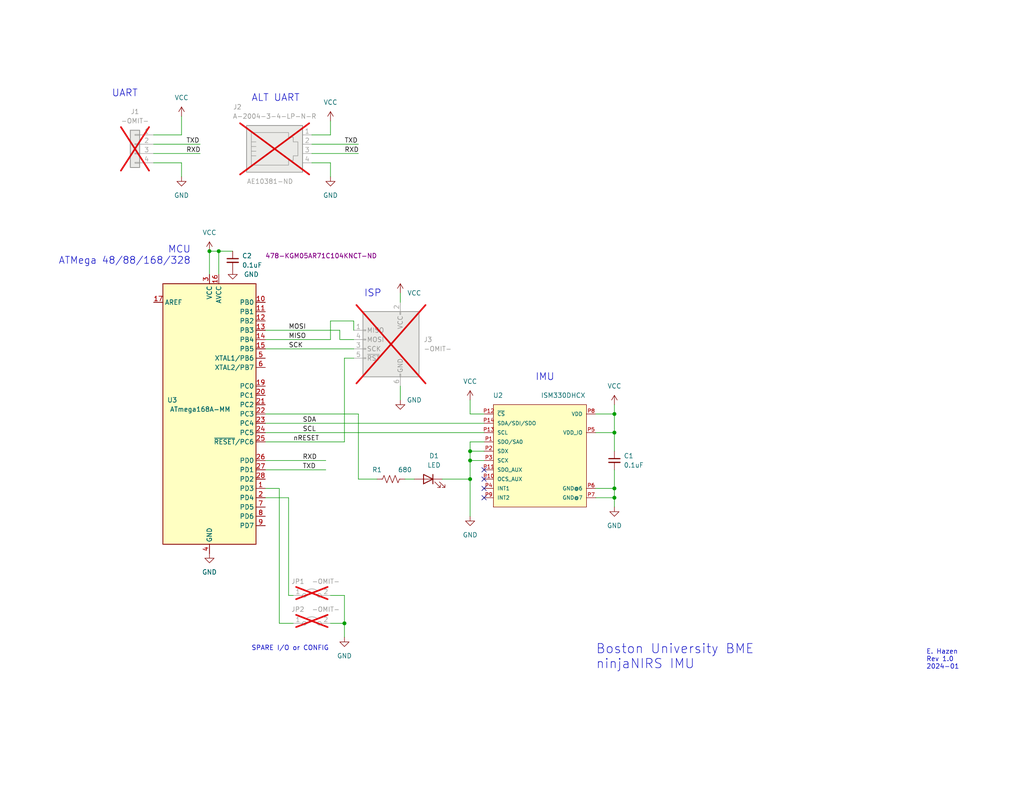
<source format=kicad_sch>
(kicad_sch (version 20230121) (generator eeschema)
  (paper "USLetter")
  (lib_symbols
    (symbol "Connector:4P4C" (pin_names (offset 1.016))
      (property "Reference" "J" (at -5.08 8.89 0))
      (property "Value" "4P4C" (at 2.54 8.89 0))
      (symbol "4P4C_0_1"
        (polyline (pts (xy -6.35 -0.635) (xy -5.08 -0.635) (xy -5.08 -0.635)))
        (polyline (pts (xy -6.35 0.635) (xy -5.08 0.635) (xy -5.08 0.635)))
        (polyline (pts (xy -6.35 1.905) (xy -5.08 1.905) (xy -5.08 1.905)))
        (polyline (pts (xy -6.35 3.175) (xy -5.08 3.175) (xy -5.08 3.175)))
        (polyline (pts (xy -6.35 -3.175) (xy -6.35 5.715) (xy -1.27 5.715) (xy 3.81 5.715) (xy 3.81 4.445) (xy 5.08 4.445) (xy 5.08 3.175) (xy 6.35 3.175) (xy 6.35 -0.635) (xy 5.08 -0.635) (xy 5.08 -1.905) (xy 3.81 -1.905) (xy 3.81 -3.175) (xy -6.35 -3.175) (xy -6.35 -3.175)))
        (rectangle (start 7.62 7.62) (end -7.62 -5.08) (stroke (width 0.254)) (fill (type background)))
      )
      (symbol "4P4C_1_1"
        (pin passive line (at 10.16 -2.54 180) (length 2.54) (name "~") (number "1"))
        (pin passive line (at 10.16 0 180) (length 2.54) (name "~") (number "2"))
        (pin passive line (at 10.16 2.54 180) (length 2.54) (name "~") (number "3"))
        (pin passive line (at 10.16 5.08 180) (length 2.54) (name "~") (number "4"))
      )
    )
    (symbol "Connector:AVR-ISP-6" (pin_names (offset 1.016))
      (property "Reference" "J" (at -6.35 11.43 0))
      (property "Value" "AVR-ISP-6" (at 0 11.43 0))
      (symbol "AVR-ISP-6_0_1"
        (rectangle (start -2.667 -6.858) (end -2.413 -7.62))
        (rectangle (start -2.667 10.16) (end -2.413 9.398))
        (rectangle (start 7.62 -2.413) (end 6.858 -2.667))
        (rectangle (start 7.62 0.127) (end 6.858 -0.127))
        (rectangle (start 7.62 2.667) (end 6.858 2.413))
        (rectangle (start 7.62 5.207) (end 6.858 4.953))
        (rectangle (start 7.62 10.16) (end -7.62 -7.62) (stroke (width 0.254)) (fill (type background)))
      )
      (symbol "AVR-ISP-6_1_1"
        (pin passive line (at 10.16 5.08 180) (length 2.54) (name "MISO") (number "1"))
        (pin passive line (at -2.54 12.7 270) (length 2.54) (name "VCC") (number "2"))
        (pin passive line (at 10.16 0 180) (length 2.54) (name "SCK") (number "3"))
        (pin passive line (at 10.16 2.54 180) (length 2.54) (name "MOSI") (number "4"))
        (pin passive line (at 10.16 -2.54 180) (length 2.54) (name "~{RST}") (number "5"))
        (pin passive line (at -2.54 -10.16 90) (length 2.54) (name "GND") (number "6"))
      )
    )
    (symbol "Connector_Generic:Conn_01x04" (pin_names (offset 1.016) hide)
      (property "Reference" "J" (at 0 5.08 0))
      (property "Value" "Conn_01x04" (at 0 -7.62 0))
      (symbol "Conn_01x04_1_1"
        (rectangle (start -1.27 -4.953) (end 0 -5.207) (stroke (width 0.1524)))
        (rectangle (start -1.27 -2.413) (end 0 -2.667) (stroke (width 0.1524)))
        (rectangle (start -1.27 0.127) (end 0 -0.127) (stroke (width 0.1524)))
        (rectangle (start -1.27 2.667) (end 0 2.413) (stroke (width 0.1524)))
        (rectangle (start -1.27 3.81) (end 1.27 -6.35) (stroke (width 0.254)) (fill (type background)))
        (pin passive line (at -5.08 2.54 0) (length 3.81) (name "Pin_1") (number "1"))
        (pin passive line (at -5.08 0 0) (length 3.81) (name "Pin_2") (number "2"))
        (pin passive line (at -5.08 -2.54 0) (length 3.81) (name "Pin_3") (number "3"))
        (pin passive line (at -5.08 -5.08 0) (length 3.81) (name "Pin_4") (number "4"))
      )
    )
    (symbol "Device:C_Small" (pin_numbers hide) (pin_names (offset 0.254) hide)
      (property "Reference" "C" (at 0.254 1.778 0))
      (property "Value" "C_Small" (at 0.254 -2.032 0))
      (symbol "C_Small_0_1"
        (polyline (pts (xy -1.524 -0.508) (xy 1.524 -0.508)) (stroke (width 0.3302)))
        (polyline (pts (xy -1.524 0.508) (xy 1.524 0.508)) (stroke (width 0.3048)))
      )
      (symbol "C_Small_1_1"
        (pin passive line (at 0 2.54 270) (length 2.032) (name "~") (number "1"))
        (pin passive line (at 0 -2.54 90) (length 2.032) (name "~") (number "2"))
      )
    )
    (symbol "Device:LED" (pin_numbers hide) (pin_names (offset 1.016) hide)
      (property "Reference" "D" (at 0 2.54 0))
      (property "Value" "LED" (at 0 -2.54 0))
      (symbol "LED_0_1"
        (polyline (pts (xy -1.27 -1.27) (xy -1.27 1.27)) (stroke (width 0.254)))
        (polyline (pts (xy -1.27 0) (xy 1.27 0)))
        (polyline (pts (xy 1.27 -1.27) (xy 1.27 1.27) (xy -1.27 0) (xy 1.27 -1.27)) (stroke (width 0.254)))
        (polyline (pts (xy -3.048 -0.762) (xy -4.572 -2.286) (xy -3.81 -2.286) (xy -4.572 -2.286) (xy -4.572 -1.524)))
        (polyline (pts (xy -1.778 -0.762) (xy -3.302 -2.286) (xy -2.54 -2.286) (xy -3.302 -2.286) (xy -3.302 -1.524)))
      )
      (symbol "LED_1_1"
        (pin passive line (at -3.81 0 0) (length 2.54) (name "K") (number "1"))
        (pin passive line (at 3.81 0 180) (length 2.54) (name "A") (number "2"))
      )
    )
    (symbol "Device:R_US" (pin_numbers hide) (pin_names (offset 0))
      (property "Reference" "R" (at 2.54 0 90))
      (property "Value" "R_US" (at -2.54 0 90))
      (symbol "R_US_0_1"
        (polyline (pts (xy 0 -2.286) (xy 0 -2.54)))
        (polyline (pts (xy 0 2.286) (xy 0 2.54)))
        (polyline (pts (xy 0 -0.762) (xy 1.016 -1.143) (xy 0 -1.524) (xy -1.016 -1.905) (xy 0 -2.286)))
        (polyline (pts (xy 0 0.762) (xy 1.016 0.381) (xy 0 0) (xy -1.016 -0.381) (xy 0 -0.762)))
        (polyline (pts (xy 0 2.286) (xy 1.016 1.905) (xy 0 1.524) (xy -1.016 1.143) (xy 0 0.762)))
      )
      (symbol "R_US_1_1"
        (pin passive line (at 0 3.81 270) (length 1.27) (name "~") (number "1"))
        (pin passive line (at 0 -3.81 90) (length 1.27) (name "~") (number "2"))
      )
    )
    (symbol "ISM330DHCX:ISM330DHCX" (pin_names (offset 1.016))
      (property "Reference" "U" (at -10.16 15.24 0))
      (property "Value" "ISM330DHCX" (at -10.16 -17.78 0))
      (symbol "ISM330DHCX_0_0"
        (rectangle (start -12.7 -15.24) (end 12.7 12.7) (stroke (width 0.1524)) (fill (type background)))
        (pin bidirectional line (at 15.24 2.54 180) (length 2.54) (name "SDO/SA0") (number "P1"))
        (pin bidirectional line (at 15.24 -7.62 180) (length 2.54) (name "OCS_AUX") (number "P10"))
        (pin bidirectional line (at 15.24 -5.08 180) (length 2.54) (name "SDO_AUX") (number "P11"))
        (pin bidirectional line (at 15.24 10.16 180) (length 2.54) (name "~{CS}") (number "P12"))
        (pin bidirectional line (at 15.24 5.08 180) (length 2.54) (name "SCL") (number "P13"))
        (pin bidirectional line (at 15.24 7.62 180) (length 2.54) (name "SDA/SDI/SDO") (number "P14"))
        (pin bidirectional line (at 15.24 0 180) (length 2.54) (name "SDX") (number "P2"))
        (pin bidirectional line (at 15.24 -2.54 180) (length 2.54) (name "SCX") (number "P3"))
        (pin bidirectional line (at 15.24 -10.16 180) (length 2.54) (name "INT1") (number "P4"))
        (pin power_in line (at -15.24 5.08 0) (length 2.54) (name "VDD_IO") (number "P5"))
        (pin power_in line (at -15.24 -10.16 0) (length 2.54) (name "GND@6") (number "P6"))
        (pin power_in line (at -15.24 -12.7 0) (length 2.54) (name "GND@7") (number "P7"))
        (pin power_in line (at -15.24 10.16 0) (length 2.54) (name "VDD") (number "P8"))
        (pin bidirectional line (at 15.24 -12.7 180) (length 2.54) (name "INT2") (number "P9"))
      )
    )
    (symbol "Jumper:Jumper_2_Open" (pin_names (offset 0) hide)
      (property "Reference" "JP" (at 0 2.794 0))
      (property "Value" "Jumper_2_Open" (at 0 -2.286 0))
      (symbol "Jumper_2_Open_0_0"
        (circle (center -2.032 0) (radius 0.508))
        (circle (center 2.032 0) (radius 0.508))
      )
      (symbol "Jumper_2_Open_0_1"
        (arc (start 1.524 1.27) (mid 0 1.778) (end -1.524 1.27))
      )
      (symbol "Jumper_2_Open_1_1"
        (pin passive line (at -5.08 0 0) (length 2.54) (name "A") (number "1"))
        (pin passive line (at 5.08 0 180) (length 2.54) (name "B") (number "2"))
      )
    )
    (symbol "MCU_Microchip_ATmega:ATmega168A-MM"
      (property "Reference" "U" (at -12.7 36.83 0))
      (property "Value" "ATmega168A-MM" (at 2.54 -36.83 0))
      (symbol "ATmega168A-MM_0_1"
        (rectangle (start -12.7 -35.56) (end 12.7 35.56) (stroke (width 0.254)) (fill (type background)))
      )
      (symbol "ATmega168A-MM_1_1"
        (pin bidirectional line (at 15.24 -20.32 180) (length 2.54) (name "PD3") (number "1"))
        (pin bidirectional line (at 15.24 30.48 180) (length 2.54) (name "PB0") (number "10"))
        (pin bidirectional line (at 15.24 27.94 180) (length 2.54) (name "PB1") (number "11"))
        (pin bidirectional line (at 15.24 25.4 180) (length 2.54) (name "PB2") (number "12"))
        (pin bidirectional line (at 15.24 22.86 180) (length 2.54) (name "PB3") (number "13"))
        (pin bidirectional line (at 15.24 20.32 180) (length 2.54) (name "PB4") (number "14"))
        (pin bidirectional line (at 15.24 17.78 180) (length 2.54) (name "PB5") (number "15"))
        (pin power_in line (at 2.54 38.1 270) (length 2.54) (name "AVCC") (number "16"))
        (pin passive line (at -15.24 30.48 0) (length 2.54) (name "AREF") (number "17"))
        (pin passive line (at 0 -38.1 90) (length 2.54) hide (name "GND") (number "18"))
        (pin bidirectional line (at 15.24 7.62 180) (length 2.54) (name "PC0") (number "19"))
        (pin bidirectional line (at 15.24 -22.86 180) (length 2.54) (name "PD4") (number "2"))
        (pin bidirectional line (at 15.24 5.08 180) (length 2.54) (name "PC1") (number "20"))
        (pin bidirectional line (at 15.24 2.54 180) (length 2.54) (name "PC2") (number "21"))
        (pin bidirectional line (at 15.24 0 180) (length 2.54) (name "PC3") (number "22"))
        (pin bidirectional line (at 15.24 -2.54 180) (length 2.54) (name "PC4") (number "23"))
        (pin bidirectional line (at 15.24 -5.08 180) (length 2.54) (name "PC5") (number "24"))
        (pin bidirectional line (at 15.24 -7.62 180) (length 2.54) (name "~{RESET}/PC6") (number "25"))
        (pin bidirectional line (at 15.24 -12.7 180) (length 2.54) (name "PD0") (number "26"))
        (pin bidirectional line (at 15.24 -15.24 180) (length 2.54) (name "PD1") (number "27"))
        (pin bidirectional line (at 15.24 -17.78 180) (length 2.54) (name "PD2") (number "28"))
        (pin passive line (at 0 -38.1 90) (length 2.54) hide (name "GND") (number "29"))
        (pin power_in line (at 0 38.1 270) (length 2.54) (name "VCC") (number "3"))
        (pin power_in line (at 0 -38.1 90) (length 2.54) (name "GND") (number "4"))
        (pin bidirectional line (at 15.24 15.24 180) (length 2.54) (name "XTAL1/PB6") (number "5"))
        (pin bidirectional line (at 15.24 12.7 180) (length 2.54) (name "XTAL2/PB7") (number "6"))
        (pin bidirectional line (at 15.24 -25.4 180) (length 2.54) (name "PD5") (number "7"))
        (pin bidirectional line (at 15.24 -27.94 180) (length 2.54) (name "PD6") (number "8"))
        (pin bidirectional line (at 15.24 -30.48 180) (length 2.54) (name "PD7") (number "9"))
      )
    )
    (symbol "power:GND" (power) (pin_names (offset 0))
      (property "Value" "GND" (at 0 -3.81 0))
      (symbol "GND_0_1"
        (polyline (pts (xy 0 0) (xy 0 -1.27) (xy 1.27 -1.27) (xy 0 -2.54) (xy -1.27 -1.27) (xy 0 -1.27)))
      )
      (symbol "GND_1_1"
        (pin power_in line (at 0 0 270) (length 0) hide (name "GND") (number "1"))
      )
    )
    (symbol "power:VCC" (power) (pin_names (offset 0))
      (property "Value" "VCC" (at 0 3.81 0))
      (symbol "VCC_0_1"
        (polyline (pts (xy -0.762 1.27) (xy 0 2.54)))
        (polyline (pts (xy 0 0) (xy 0 2.54)))
        (polyline (pts (xy 0 2.54) (xy 0.762 1.27)))
      )
      (symbol "VCC_1_1"
        (pin power_in line (at 0 0 90) (length 0) hide (name "VCC") (number "1"))
      )
    )
  )
  (junction (at 167.64 135.89))
  (junction (at 59.69 68.58))
  (junction (at 128.27 130.81))
  (junction (at 57.15 68.58))
  (junction (at 167.64 133.35))
  (junction (at 128.27 125.73))
  (junction (at 167.64 113.03))
  (junction (at 128.27 123.19))
  (junction (at 93.98 170.18))
  (junction (at 167.64 118.11))
  (no_connect (at 132.08 130.81))
  (no_connect (at 132.08 128.27))
  (no_connect (at 132.08 135.89))
  (no_connect (at 132.08 133.35))
  (wire (pts (xy 72.39 125.73) (xy 88.9 125.73)))
  (wire (pts (xy 167.64 118.11) (xy 167.64 123.19)))
  (wire (pts (xy 49.53 31.75) (xy 49.53 36.83)))
  (wire (pts (xy 76.2 170.18) (xy 80.01 170.18)))
  (wire (pts (xy 93.98 162.56) (xy 93.98 170.18)))
  (wire (pts (xy 90.17 162.56) (xy 93.98 162.56)))
  (wire (pts (xy 72.39 135.89) (xy 78.74 135.89)))
  (wire (pts (xy 41.91 44.45) (xy 49.53 44.45)))
  (wire (pts (xy 102.87 130.81) (xy 97.79 130.81)))
  (wire (pts (xy 72.39 118.11) (xy 132.08 118.11)))
  (wire (pts (xy 90.17 92.71) (xy 90.17 87.63)))
  (wire (pts (xy 41.91 39.37) (xy 54.61 39.37)))
  (wire (pts (xy 132.08 120.65) (xy 128.27 120.65)))
  (wire (pts (xy 128.27 109.22) (xy 128.27 113.03)))
  (wire (pts (xy 109.22 80.01) (xy 109.22 82.55)))
  (wire (pts (xy 85.09 39.37) (xy 97.79 39.37)))
  (wire (pts (xy 90.17 44.45) (xy 90.17 48.26)))
  (wire (pts (xy 97.79 113.03) (xy 72.39 113.03)))
  (wire (pts (xy 57.15 68.58) (xy 57.15 74.93)))
  (wire (pts (xy 167.64 110.49) (xy 167.64 113.03)))
  (wire (pts (xy 49.53 44.45) (xy 49.53 48.26)))
  (wire (pts (xy 128.27 130.81) (xy 128.27 140.97)))
  (wire (pts (xy 72.39 120.65) (xy 93.98 120.65)))
  (wire (pts (xy 162.56 113.03) (xy 167.64 113.03)))
  (wire (pts (xy 93.98 97.79) (xy 93.98 120.65)))
  (wire (pts (xy 41.91 36.83) (xy 49.53 36.83)))
  (wire (pts (xy 72.39 90.17) (xy 92.71 90.17)))
  (wire (pts (xy 57.15 68.58) (xy 59.69 68.58)))
  (wire (pts (xy 41.91 41.91) (xy 54.61 41.91)))
  (wire (pts (xy 167.64 113.03) (xy 167.64 118.11)))
  (wire (pts (xy 72.39 128.27) (xy 88.9 128.27)))
  (wire (pts (xy 96.52 87.63) (xy 96.52 90.17)))
  (wire (pts (xy 85.09 41.91) (xy 97.79 41.91)))
  (wire (pts (xy 167.64 133.35) (xy 167.64 135.89)))
  (wire (pts (xy 76.2 133.35) (xy 76.2 170.18)))
  (wire (pts (xy 128.27 123.19) (xy 132.08 123.19)))
  (wire (pts (xy 92.71 90.17) (xy 92.71 92.71)))
  (wire (pts (xy 132.08 113.03) (xy 128.27 113.03)))
  (wire (pts (xy 59.69 68.58) (xy 63.5 68.58)))
  (wire (pts (xy 128.27 125.73) (xy 128.27 130.81)))
  (wire (pts (xy 90.17 170.18) (xy 93.98 170.18)))
  (wire (pts (xy 90.17 87.63) (xy 96.52 87.63)))
  (wire (pts (xy 162.56 135.89) (xy 167.64 135.89)))
  (wire (pts (xy 162.56 118.11) (xy 167.64 118.11)))
  (wire (pts (xy 120.65 130.81) (xy 128.27 130.81)))
  (wire (pts (xy 72.39 115.57) (xy 132.08 115.57)))
  (wire (pts (xy 162.56 133.35) (xy 167.64 133.35)))
  (wire (pts (xy 128.27 120.65) (xy 128.27 123.19)))
  (wire (pts (xy 93.98 170.18) (xy 93.98 173.99)))
  (wire (pts (xy 110.49 130.81) (xy 113.03 130.81)))
  (wire (pts (xy 59.69 68.58) (xy 59.69 74.93)))
  (wire (pts (xy 128.27 123.19) (xy 128.27 125.73)))
  (wire (pts (xy 85.09 44.45) (xy 90.17 44.45)))
  (wire (pts (xy 167.64 135.89) (xy 167.64 138.43)))
  (wire (pts (xy 109.22 105.41) (xy 109.22 109.22)))
  (wire (pts (xy 72.39 95.25) (xy 96.52 95.25)))
  (wire (pts (xy 78.74 162.56) (xy 80.01 162.56)))
  (wire (pts (xy 92.71 92.71) (xy 96.52 92.71)))
  (wire (pts (xy 78.74 135.89) (xy 78.74 162.56)))
  (wire (pts (xy 76.2 133.35) (xy 72.39 133.35)))
  (wire (pts (xy 128.27 125.73) (xy 132.08 125.73)))
  (wire (pts (xy 90.17 33.02) (xy 90.17 36.83)))
  (wire (pts (xy 97.79 130.81) (xy 97.79 113.03)))
  (wire (pts (xy 167.64 128.27) (xy 167.64 133.35)))
  (wire (pts (xy 85.09 36.83) (xy 90.17 36.83)))
  (wire (pts (xy 72.39 92.71) (xy 90.17 92.71)))
  (wire (pts (xy 96.52 97.79) (xy 93.98 97.79)))
  (text "IMU" (at 146.05 104.14 0) (effects (font (size 1.905 1.905)) (justify left bottom)))
  (text "Boston University BME\nninjaNIRS IMU" (at 162.56 182.88 0) (effects (font (size 2.54 2.54)) (justify left bottom)))
  (text "ALT UART" (at 68.58 27.94 0) (effects (font (size 1.905 1.905)) (justify left bottom)))
  (text "ISP" (at 104.14 81.28 0) (effects (font (size 1.905 1.905)) (justify right bottom)))
  (text "E. Hazen\nRev 1.0\n2024-01" (at 252.73 182.88 0) (effects (font (size 1.27 1.27)) (justify left bottom)))
  (text "UART" (at 30.48 26.67 0) (effects (font (size 1.905 1.905)) (justify left bottom)))
  (text "MCU\nATMega 48/88/168/328" (at 52.07 72.39 0) (effects (font (size 1.905 1.905)) (justify right bottom)))
  (text "SPARE I/O or CONFIG" (at 68.58 177.8 0) (effects (font (size 1.27 1.27)) (justify left bottom)))
  (label "nRESET" (at 80.01 120.65 0))
  (label "SCL" (at 82.55 118.11 0))
  (label "TXD" (at 50.8 39.37 0))
  (label "RXD" (at 50.8 41.91 0))
  (label "SDA" (at 82.55 115.57 0))
  (label "MOSI" (at 78.74 90.17 0))
  (label "MISO" (at 78.74 92.71 0))
  (label "TXD" (at 82.55 128.27 0))
  (label "SCK" (at 78.74 95.25 0))
  (label "TXD" (at 93.98 39.37 0))
  (label "RXD" (at 82.55 125.73 0))
  (label "RXD" (at 93.98 41.91 0))
  (symbol (lib_id "Device:C_Small") (at 63.5 71.12 0) (unit 1)
    (property "Reference" "C2" (at 66.04 69.8563 0) (effects (justify left)))
    (property "Value" "0.1uF" (at 66.04 72.3963 0) (effects (justify left)))
    (property "Footprint" "Capacitor_SMD:C_0402_1005Metric" (effects hide))
    (property "CatNo" "478-KGM05AR71C104KNCT-ND" (at 87.63 69.85 0))
    (property "MfgNo" "KGM05AR71C104KN" (effects hide))
  )
  (symbol (lib_id "Connector:AVR-ISP-6") (at 106.68 95.25 0) (mirror y) (unit 1) (dnp yes)
    (property "Reference" "J3" (at 115.57 92.71 0) (effects (justify right)))
    (property "Value" "-OMIT-" (at 115.57 95.25 0) (effects (justify right)))
    (property "Footprint" "Connector_PinHeader_1.00mm:PinHeader_1x06_P1.00mm_Vertical" (effects hide))
    (property "Datasheet" " ~" (effects hide))
  )
  (symbol (lib_id "power:VCC") (at 167.64 110.49 0) (unit 1)
    (property "Reference" "#PWR06" (effects hide))
    (property "Value" "VCC" (at 167.64 105.41 0))
  )
  (symbol (lib_id "Jumper:Jumper_2_Open") (at 85.09 170.18 0) (unit 1) (dnp yes)
    (property "Reference" "JP2" (at 81.28 166.37 0))
    (property "Value" "-OMIT-" (at 88.9 166.37 0))
    (property "Footprint" "Resistor_SMD:R_0402_1005Metric" (effects hide))
  )
  (symbol (lib_id "Jumper:Jumper_2_Open") (at 85.09 162.56 0) (unit 1) (dnp yes)
    (property "Reference" "JP1" (at 81.28 158.75 0))
    (property "Value" "-OMIT-" (at 88.9 158.75 0))
    (property "Footprint" "Resistor_SMD:R_0402_1005Metric" (effects hide))
  )
  (symbol (lib_id "power:VCC") (at 128.27 109.22 0) (unit 1)
    (property "Reference" "#PWR08" (effects hide))
    (property "Value" "VCC" (at 128.27 104.14 0))
  )
  (symbol (lib_id "power:GND") (at 63.5 73.66 0) (unit 1)
    (property "Reference" "#PWR07" (effects hide))
    (property "Value" "GND" (at 68.58 74.93 0))
  )
  (symbol (lib_id "Connector:4P4C") (at 74.93 39.37 0) (mirror x) (unit 1) (dnp yes)
    (property "Reference" "J2" (at 64.77 29.21 0))
    (property "Value" "A-2004-3-4-LP-N-R" (at 74.93 31.75 0))
    (property "Footprint" "my_RJ:A-2004-3-4-LP" (effects hide))
    (property "CatNo" "AE10381-ND" (at 73.66 49.53 0))
    (property "MfgNo" "A-2004-3-4-LP-N-R" (effects hide))
  )
  (symbol (lib_id "power:VCC") (at 57.15 68.58 0) (unit 1)
    (property "Reference" "#PWR03" (effects hide))
    (property "Value" "VCC" (at 57.15 63.5 0))
  )
  (symbol (lib_id "power:GND") (at 167.64 138.43 0) (unit 1)
    (property "Reference" "#PWR04" (effects hide))
    (property "Value" "GND" (at 167.64 143.51 0))
  )
  (symbol (lib_id "power:GND") (at 93.98 173.99 0) (unit 1)
    (property "Reference" "#PWR015" (effects hide))
    (property "Value" "GND" (at 93.98 179.07 0))
  )
  (symbol (lib_id "power:GND") (at 90.17 48.26 0) (unit 1)
    (property "Reference" "#PWR010" (effects hide))
    (property "Value" "GND" (at 90.17 53.34 0))
  )
  (symbol (lib_id "power:GND") (at 128.27 140.97 0) (unit 1)
    (property "Reference" "#PWR09" (effects hide))
    (property "Value" "GND" (at 128.27 146.05 0))
  )
  (symbol (lib_id "power:VCC") (at 49.53 31.75 0) (unit 1)
    (property "Reference" "#PWR014" (effects hide))
    (property "Value" "VCC" (at 49.53 26.67 0))
  )
  (symbol (lib_id "ISM330DHCX:ISM330DHCX") (at 147.32 123.19 0) (mirror y) (unit 1)
    (property "Reference" "U2" (at 135.89 107.95 0))
    (property "Value" "ISM330DHCX" (at 153.67 107.95 0))
    (property "Footprint" "models:LGA-14L" (effects hide))
    (property "MF" "STMicroelectronics" (effects hide))
    (property "Description" "\nAccelerometer, Gyroscope, Temperature, 6 Axis Sensor I²C, SPI Output\n" (effects hide))
    (property "Package" "VFLGA-14 STMicroelectronics" (effects hide))
    (property "Price" "None" (effects hide))
    (property "PROD_ID" "IC-16693" (effects hide))
    (property "SnapEDA_Link" "https://www.snapeda.com/parts/ISM330DHCX/STMicroelectronics/view-part/?ref=snap" (effects hide))
    (property "MP" "ISM330DHCX" (effects hide))
    (property "Availability" "Not in stock" (effects hide))
    (property "Check_prices" "https://www.snapeda.com/parts/ISM330DHCX/STMicroelectronics/view-part/?ref=eda" (effects hide))
    (property "CatNo" "497-19784-1-ND" (effects hide))
    (property "MfgNo" "ISM330DHCXTR" (effects hide))
  )
  (symbol (lib_id "power:VCC") (at 109.22 80.01 0) (unit 1)
    (property "Reference" "#PWR05" (effects hide))
    (property "Value" "VCC" (at 113.03 80.01 0))
  )
  (symbol (lib_id "power:GND") (at 49.53 48.26 0) (unit 1)
    (property "Reference" "#PWR013" (effects hide))
    (property "Value" "GND" (at 49.53 53.34 0))
  )
  (symbol (lib_id "Device:C_Small") (at 167.64 125.73 0) (unit 1)
    (property "Reference" "C1" (at 170.18 124.4663 0) (effects (justify left)))
    (property "Value" "0.1uF" (at 170.18 127.0063 0) (effects (justify left)))
    (property "Footprint" "Capacitor_SMD:C_0402_1005Metric" (effects hide))
    (property "CatNo" "478-KGM05AR71C104KNCT-ND" (effects hide))
    (property "MfgNo" "KGM05AR71C104KN" (effects hide))
  )
  (symbol (lib_id "power:GND") (at 109.22 109.22 0) (unit 1)
    (property "Reference" "#PWR01" (effects hide))
    (property "Value" "GND" (at 113.03 109.22 0))
  )
  (symbol (lib_id "MCU_Microchip_ATmega:ATmega168A-MM") (at 57.15 113.03 0) (unit 1)
    (property "Reference" "U3" (at 46.99 109.22 0))
    (property "Value" "ATmega168A-MM" (at 54.61 111.76 0))
    (property "Footprint" "Package_DFN_QFN:QFN-28-1EP_4x4mm_P0.45mm_EP2.4x2.4mm" (effects hide))
    (property "Datasheet" "http://ww1.microchip.com/downloads/en/DeviceDoc/ATmega48A_88A_168A-Data-Sheet-40002007A.pdf" (effects hide))
    (property "CatNo" "ATMEGA168PA-MMHRCT-ND" (effects hide))
    (property "MfgNo" "ATMEGA168PA-MMHR" (effects hide))
  )
  (symbol (lib_id "power:GND") (at 57.15 151.13 0) (unit 1)
    (property "Reference" "#PWR012" (effects hide))
    (property "Value" "GND" (at 57.15 156.21 0))
  )
  (symbol (lib_id "power:VCC") (at 90.17 33.02 0) (unit 1)
    (property "Reference" "#PWR011" (effects hide))
    (property "Value" "VCC" (at 90.17 27.94 0))
  )
  (symbol (lib_id "Device:R_US") (at 106.68 130.81 90) (unit 1)
    (property "Reference" "R1" (at 102.87 128.27 90))
    (property "Value" "680" (at 110.49 128.27 90))
    (property "Footprint" "Resistor_SMD:R_0402_1005Metric" (effects hide))
    (property "CatNo" "1292-WR04X6800FTLCT-ND" (effects hide))
    (property "MfgNo" "WR04X6800FTL" (effects hide))
  )
  (symbol (lib_id "Connector_Generic:Conn_01x04") (at 36.83 39.37 0) (mirror y) (unit 1) (dnp yes)
    (property "Reference" "J1" (at 36.83 30.48 0))
    (property "Value" "-OMIT-" (at 36.83 33.02 0))
    (property "Footprint" "Connector_PinHeader_1.27mm:PinHeader_1x04_P1.27mm_Vertical" (effects hide))
  )
  (symbol (lib_id "Device:LED") (at 116.84 130.81 0) (mirror y) (unit 1)
    (property "Reference" "D1" (at 118.4275 124.46 0))
    (property "Value" "LED" (at 118.4275 127 0))
    (property "Footprint" "LED_SMD:LED_0402_1005Metric" (effects hide))
    (property "CatNo" "1497-1174-1-ND" (effects hide))
    (property "MfgNo" "XZMDK68W-2" (effects hide))
  )
)
</source>
